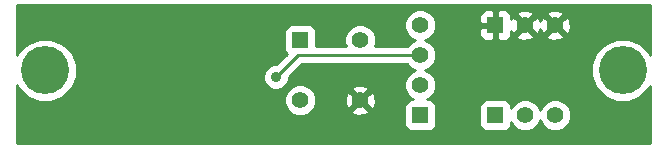
<source format=gbl>
G04 (created by PCBNEW-RS274X (2011-05-25)-stable) date Sun 01 Apr 2012 11:55:30 AM PDT*
G01*
G70*
G90*
%MOIN*%
G04 Gerber Fmt 3.4, Leading zero omitted, Abs format*
%FSLAX34Y34*%
G04 APERTURE LIST*
%ADD10C,0.006000*%
%ADD11C,0.160000*%
%ADD12R,0.055000X0.055000*%
%ADD13C,0.055000*%
%ADD14C,0.035000*%
%ADD15C,0.010000*%
G04 APERTURE END LIST*
G54D10*
G54D11*
X08000Y-13500D03*
X27250Y-13500D03*
G54D12*
X16500Y-12500D03*
G54D13*
X18500Y-14500D03*
X18500Y-12500D03*
X16500Y-14500D03*
G54D12*
X20500Y-15000D03*
G54D13*
X20500Y-14000D03*
X20500Y-13000D03*
X20500Y-12000D03*
G54D12*
X23000Y-12000D03*
G54D13*
X24000Y-12000D03*
X25000Y-12000D03*
G54D12*
X23000Y-15000D03*
G54D13*
X24000Y-15000D03*
X25000Y-15000D03*
G54D14*
X15691Y-13734D03*
X14175Y-13449D03*
G54D15*
X16425Y-13000D02*
X15691Y-13734D01*
X20500Y-13000D02*
X16425Y-13000D01*
G54D10*
G36*
X28175Y-15925D02*
X25525Y-15925D01*
X25525Y-15105D01*
X25525Y-14896D01*
X25519Y-14881D01*
X25519Y-12074D01*
X25508Y-11870D01*
X25452Y-11733D01*
X25361Y-11710D01*
X25290Y-11781D01*
X25290Y-11639D01*
X25267Y-11548D01*
X25074Y-11481D01*
X24870Y-11492D01*
X24733Y-11548D01*
X24710Y-11639D01*
X25000Y-11929D01*
X25290Y-11639D01*
X25290Y-11781D01*
X25071Y-12000D01*
X25361Y-12290D01*
X25452Y-12267D01*
X25519Y-12074D01*
X25519Y-14881D01*
X25445Y-14703D01*
X25298Y-14555D01*
X25290Y-14551D01*
X25290Y-12361D01*
X25000Y-12071D01*
X24929Y-12142D01*
X24929Y-12000D01*
X24639Y-11710D01*
X24548Y-11733D01*
X24503Y-11859D01*
X24452Y-11733D01*
X24361Y-11710D01*
X24290Y-11781D01*
X24290Y-11639D01*
X24267Y-11548D01*
X24074Y-11481D01*
X23870Y-11492D01*
X23733Y-11548D01*
X23710Y-11639D01*
X24000Y-11929D01*
X24290Y-11639D01*
X24290Y-11781D01*
X24071Y-12000D01*
X24361Y-12290D01*
X24452Y-12267D01*
X24496Y-12140D01*
X24548Y-12267D01*
X24639Y-12290D01*
X24929Y-12000D01*
X24929Y-12142D01*
X24710Y-12361D01*
X24733Y-12452D01*
X24926Y-12519D01*
X25130Y-12508D01*
X25267Y-12452D01*
X25290Y-12361D01*
X25290Y-14551D01*
X25105Y-14475D01*
X24896Y-14475D01*
X24703Y-14555D01*
X24555Y-14702D01*
X24499Y-14835D01*
X24445Y-14703D01*
X24298Y-14555D01*
X24290Y-14551D01*
X24290Y-12361D01*
X24000Y-12071D01*
X23929Y-12142D01*
X23929Y-12000D01*
X23639Y-11710D01*
X23548Y-11733D01*
X23524Y-11801D01*
X23524Y-11774D01*
X23524Y-11675D01*
X23486Y-11584D01*
X23416Y-11514D01*
X23324Y-11476D01*
X23112Y-11475D01*
X23050Y-11537D01*
X23050Y-11900D01*
X23050Y-11950D01*
X23050Y-12050D01*
X23050Y-12100D01*
X23050Y-12463D01*
X23112Y-12525D01*
X23324Y-12524D01*
X23416Y-12486D01*
X23486Y-12416D01*
X23524Y-12325D01*
X23524Y-12226D01*
X23524Y-12208D01*
X23548Y-12267D01*
X23639Y-12290D01*
X23929Y-12000D01*
X23929Y-12142D01*
X23710Y-12361D01*
X23733Y-12452D01*
X23926Y-12519D01*
X24130Y-12508D01*
X24267Y-12452D01*
X24290Y-12361D01*
X24290Y-14551D01*
X24105Y-14475D01*
X23896Y-14475D01*
X23703Y-14555D01*
X23555Y-14702D01*
X23524Y-14776D01*
X23524Y-14676D01*
X23486Y-14584D01*
X23416Y-14514D01*
X23325Y-14476D01*
X23226Y-14476D01*
X22950Y-14476D01*
X22950Y-12463D01*
X22950Y-12050D01*
X22950Y-11950D01*
X22950Y-11537D01*
X22888Y-11475D01*
X22676Y-11476D01*
X22584Y-11514D01*
X22514Y-11584D01*
X22476Y-11675D01*
X22476Y-11774D01*
X22475Y-11888D01*
X22537Y-11950D01*
X22950Y-11950D01*
X22950Y-12050D01*
X22537Y-12050D01*
X22475Y-12112D01*
X22476Y-12226D01*
X22476Y-12325D01*
X22514Y-12416D01*
X22584Y-12486D01*
X22676Y-12524D01*
X22888Y-12525D01*
X22950Y-12463D01*
X22950Y-14476D01*
X22676Y-14476D01*
X22584Y-14514D01*
X22514Y-14584D01*
X22476Y-14675D01*
X22476Y-14774D01*
X22476Y-15324D01*
X22514Y-15416D01*
X22584Y-15486D01*
X22675Y-15524D01*
X22774Y-15524D01*
X23324Y-15524D01*
X23416Y-15486D01*
X23486Y-15416D01*
X23524Y-15325D01*
X23524Y-15226D01*
X23524Y-15222D01*
X23555Y-15297D01*
X23702Y-15445D01*
X23895Y-15525D01*
X24104Y-15525D01*
X24297Y-15445D01*
X24445Y-15298D01*
X24500Y-15164D01*
X24555Y-15297D01*
X24702Y-15445D01*
X24895Y-15525D01*
X25104Y-15525D01*
X25297Y-15445D01*
X25445Y-15298D01*
X25525Y-15105D01*
X25525Y-15925D01*
X21025Y-15925D01*
X21025Y-14105D01*
X21025Y-13896D01*
X20945Y-13703D01*
X20798Y-13555D01*
X20664Y-13499D01*
X20797Y-13445D01*
X20945Y-13298D01*
X21025Y-13105D01*
X21025Y-12896D01*
X20945Y-12703D01*
X20798Y-12555D01*
X20664Y-12499D01*
X20797Y-12445D01*
X20945Y-12298D01*
X21025Y-12105D01*
X21025Y-11896D01*
X20945Y-11703D01*
X20798Y-11555D01*
X20605Y-11475D01*
X20396Y-11475D01*
X20203Y-11555D01*
X20055Y-11702D01*
X19975Y-11895D01*
X19975Y-12104D01*
X20055Y-12297D01*
X20202Y-12445D01*
X20335Y-12500D01*
X20203Y-12555D01*
X20057Y-12700D01*
X18985Y-12700D01*
X19025Y-12605D01*
X19025Y-12396D01*
X18945Y-12203D01*
X18798Y-12055D01*
X18605Y-11975D01*
X18396Y-11975D01*
X18203Y-12055D01*
X18055Y-12202D01*
X17975Y-12395D01*
X17975Y-12604D01*
X18014Y-12700D01*
X17024Y-12700D01*
X17024Y-12176D01*
X16986Y-12084D01*
X16916Y-12014D01*
X16825Y-11976D01*
X16726Y-11976D01*
X16176Y-11976D01*
X16084Y-12014D01*
X16014Y-12084D01*
X15976Y-12175D01*
X15976Y-12274D01*
X15976Y-12824D01*
X16014Y-12916D01*
X16049Y-12951D01*
X15692Y-13309D01*
X15607Y-13309D01*
X15451Y-13373D01*
X15331Y-13493D01*
X15266Y-13649D01*
X15266Y-13818D01*
X15330Y-13974D01*
X15450Y-14094D01*
X15606Y-14159D01*
X15775Y-14159D01*
X15931Y-14095D01*
X16051Y-13975D01*
X16116Y-13819D01*
X16116Y-13733D01*
X16549Y-13300D01*
X20057Y-13300D01*
X20202Y-13445D01*
X20335Y-13500D01*
X20203Y-13555D01*
X20055Y-13702D01*
X19975Y-13895D01*
X19975Y-14104D01*
X20055Y-14297D01*
X20202Y-14445D01*
X20276Y-14476D01*
X20176Y-14476D01*
X20084Y-14514D01*
X20014Y-14584D01*
X19976Y-14675D01*
X19976Y-14774D01*
X19976Y-15324D01*
X20014Y-15416D01*
X20084Y-15486D01*
X20175Y-15524D01*
X20274Y-15524D01*
X20824Y-15524D01*
X20916Y-15486D01*
X20986Y-15416D01*
X21024Y-15325D01*
X21024Y-15226D01*
X21024Y-14676D01*
X20986Y-14584D01*
X20916Y-14514D01*
X20825Y-14476D01*
X20726Y-14476D01*
X20722Y-14476D01*
X20797Y-14445D01*
X20945Y-14298D01*
X21025Y-14105D01*
X21025Y-15925D01*
X19019Y-15925D01*
X19019Y-14574D01*
X19008Y-14370D01*
X18952Y-14233D01*
X18861Y-14210D01*
X18790Y-14281D01*
X18790Y-14139D01*
X18767Y-14048D01*
X18574Y-13981D01*
X18370Y-13992D01*
X18233Y-14048D01*
X18210Y-14139D01*
X18500Y-14429D01*
X18790Y-14139D01*
X18790Y-14281D01*
X18571Y-14500D01*
X18861Y-14790D01*
X18952Y-14767D01*
X19019Y-14574D01*
X19019Y-15925D01*
X18790Y-15925D01*
X18790Y-14861D01*
X18500Y-14571D01*
X18429Y-14642D01*
X18429Y-14500D01*
X18139Y-14210D01*
X18048Y-14233D01*
X17981Y-14426D01*
X17992Y-14630D01*
X18048Y-14767D01*
X18139Y-14790D01*
X18429Y-14500D01*
X18429Y-14642D01*
X18210Y-14861D01*
X18233Y-14952D01*
X18426Y-15019D01*
X18630Y-15008D01*
X18767Y-14952D01*
X18790Y-14861D01*
X18790Y-15925D01*
X17025Y-15925D01*
X17025Y-14605D01*
X17025Y-14396D01*
X16945Y-14203D01*
X16798Y-14055D01*
X16605Y-13975D01*
X16396Y-13975D01*
X16203Y-14055D01*
X16055Y-14202D01*
X15975Y-14395D01*
X15975Y-14604D01*
X16055Y-14797D01*
X16202Y-14945D01*
X16395Y-15025D01*
X16604Y-15025D01*
X16797Y-14945D01*
X16945Y-14798D01*
X17025Y-14605D01*
X17025Y-15925D01*
X07075Y-15925D01*
X07075Y-14009D01*
X07110Y-14094D01*
X07405Y-14390D01*
X07790Y-14550D01*
X08208Y-14550D01*
X08594Y-14390D01*
X08890Y-14095D01*
X09050Y-13710D01*
X09050Y-13292D01*
X08890Y-12906D01*
X08595Y-12610D01*
X08210Y-12450D01*
X07792Y-12450D01*
X07406Y-12610D01*
X07110Y-12905D01*
X07075Y-12989D01*
X07075Y-11325D01*
X28175Y-11325D01*
X28175Y-12990D01*
X28140Y-12906D01*
X27845Y-12610D01*
X27460Y-12450D01*
X27042Y-12450D01*
X26656Y-12610D01*
X26360Y-12905D01*
X26200Y-13290D01*
X26200Y-13708D01*
X26360Y-14094D01*
X26655Y-14390D01*
X27040Y-14550D01*
X27458Y-14550D01*
X27844Y-14390D01*
X28140Y-14095D01*
X28175Y-14010D01*
X28175Y-15925D01*
X28175Y-15925D01*
G37*
G54D15*
X28175Y-15925D02*
X25525Y-15925D01*
X25525Y-15105D01*
X25525Y-14896D01*
X25519Y-14881D01*
X25519Y-12074D01*
X25508Y-11870D01*
X25452Y-11733D01*
X25361Y-11710D01*
X25290Y-11781D01*
X25290Y-11639D01*
X25267Y-11548D01*
X25074Y-11481D01*
X24870Y-11492D01*
X24733Y-11548D01*
X24710Y-11639D01*
X25000Y-11929D01*
X25290Y-11639D01*
X25290Y-11781D01*
X25071Y-12000D01*
X25361Y-12290D01*
X25452Y-12267D01*
X25519Y-12074D01*
X25519Y-14881D01*
X25445Y-14703D01*
X25298Y-14555D01*
X25290Y-14551D01*
X25290Y-12361D01*
X25000Y-12071D01*
X24929Y-12142D01*
X24929Y-12000D01*
X24639Y-11710D01*
X24548Y-11733D01*
X24503Y-11859D01*
X24452Y-11733D01*
X24361Y-11710D01*
X24290Y-11781D01*
X24290Y-11639D01*
X24267Y-11548D01*
X24074Y-11481D01*
X23870Y-11492D01*
X23733Y-11548D01*
X23710Y-11639D01*
X24000Y-11929D01*
X24290Y-11639D01*
X24290Y-11781D01*
X24071Y-12000D01*
X24361Y-12290D01*
X24452Y-12267D01*
X24496Y-12140D01*
X24548Y-12267D01*
X24639Y-12290D01*
X24929Y-12000D01*
X24929Y-12142D01*
X24710Y-12361D01*
X24733Y-12452D01*
X24926Y-12519D01*
X25130Y-12508D01*
X25267Y-12452D01*
X25290Y-12361D01*
X25290Y-14551D01*
X25105Y-14475D01*
X24896Y-14475D01*
X24703Y-14555D01*
X24555Y-14702D01*
X24499Y-14835D01*
X24445Y-14703D01*
X24298Y-14555D01*
X24290Y-14551D01*
X24290Y-12361D01*
X24000Y-12071D01*
X23929Y-12142D01*
X23929Y-12000D01*
X23639Y-11710D01*
X23548Y-11733D01*
X23524Y-11801D01*
X23524Y-11774D01*
X23524Y-11675D01*
X23486Y-11584D01*
X23416Y-11514D01*
X23324Y-11476D01*
X23112Y-11475D01*
X23050Y-11537D01*
X23050Y-11900D01*
X23050Y-11950D01*
X23050Y-12050D01*
X23050Y-12100D01*
X23050Y-12463D01*
X23112Y-12525D01*
X23324Y-12524D01*
X23416Y-12486D01*
X23486Y-12416D01*
X23524Y-12325D01*
X23524Y-12226D01*
X23524Y-12208D01*
X23548Y-12267D01*
X23639Y-12290D01*
X23929Y-12000D01*
X23929Y-12142D01*
X23710Y-12361D01*
X23733Y-12452D01*
X23926Y-12519D01*
X24130Y-12508D01*
X24267Y-12452D01*
X24290Y-12361D01*
X24290Y-14551D01*
X24105Y-14475D01*
X23896Y-14475D01*
X23703Y-14555D01*
X23555Y-14702D01*
X23524Y-14776D01*
X23524Y-14676D01*
X23486Y-14584D01*
X23416Y-14514D01*
X23325Y-14476D01*
X23226Y-14476D01*
X22950Y-14476D01*
X22950Y-12463D01*
X22950Y-12050D01*
X22950Y-11950D01*
X22950Y-11537D01*
X22888Y-11475D01*
X22676Y-11476D01*
X22584Y-11514D01*
X22514Y-11584D01*
X22476Y-11675D01*
X22476Y-11774D01*
X22475Y-11888D01*
X22537Y-11950D01*
X22950Y-11950D01*
X22950Y-12050D01*
X22537Y-12050D01*
X22475Y-12112D01*
X22476Y-12226D01*
X22476Y-12325D01*
X22514Y-12416D01*
X22584Y-12486D01*
X22676Y-12524D01*
X22888Y-12525D01*
X22950Y-12463D01*
X22950Y-14476D01*
X22676Y-14476D01*
X22584Y-14514D01*
X22514Y-14584D01*
X22476Y-14675D01*
X22476Y-14774D01*
X22476Y-15324D01*
X22514Y-15416D01*
X22584Y-15486D01*
X22675Y-15524D01*
X22774Y-15524D01*
X23324Y-15524D01*
X23416Y-15486D01*
X23486Y-15416D01*
X23524Y-15325D01*
X23524Y-15226D01*
X23524Y-15222D01*
X23555Y-15297D01*
X23702Y-15445D01*
X23895Y-15525D01*
X24104Y-15525D01*
X24297Y-15445D01*
X24445Y-15298D01*
X24500Y-15164D01*
X24555Y-15297D01*
X24702Y-15445D01*
X24895Y-15525D01*
X25104Y-15525D01*
X25297Y-15445D01*
X25445Y-15298D01*
X25525Y-15105D01*
X25525Y-15925D01*
X21025Y-15925D01*
X21025Y-14105D01*
X21025Y-13896D01*
X20945Y-13703D01*
X20798Y-13555D01*
X20664Y-13499D01*
X20797Y-13445D01*
X20945Y-13298D01*
X21025Y-13105D01*
X21025Y-12896D01*
X20945Y-12703D01*
X20798Y-12555D01*
X20664Y-12499D01*
X20797Y-12445D01*
X20945Y-12298D01*
X21025Y-12105D01*
X21025Y-11896D01*
X20945Y-11703D01*
X20798Y-11555D01*
X20605Y-11475D01*
X20396Y-11475D01*
X20203Y-11555D01*
X20055Y-11702D01*
X19975Y-11895D01*
X19975Y-12104D01*
X20055Y-12297D01*
X20202Y-12445D01*
X20335Y-12500D01*
X20203Y-12555D01*
X20057Y-12700D01*
X18985Y-12700D01*
X19025Y-12605D01*
X19025Y-12396D01*
X18945Y-12203D01*
X18798Y-12055D01*
X18605Y-11975D01*
X18396Y-11975D01*
X18203Y-12055D01*
X18055Y-12202D01*
X17975Y-12395D01*
X17975Y-12604D01*
X18014Y-12700D01*
X17024Y-12700D01*
X17024Y-12176D01*
X16986Y-12084D01*
X16916Y-12014D01*
X16825Y-11976D01*
X16726Y-11976D01*
X16176Y-11976D01*
X16084Y-12014D01*
X16014Y-12084D01*
X15976Y-12175D01*
X15976Y-12274D01*
X15976Y-12824D01*
X16014Y-12916D01*
X16049Y-12951D01*
X15692Y-13309D01*
X15607Y-13309D01*
X15451Y-13373D01*
X15331Y-13493D01*
X15266Y-13649D01*
X15266Y-13818D01*
X15330Y-13974D01*
X15450Y-14094D01*
X15606Y-14159D01*
X15775Y-14159D01*
X15931Y-14095D01*
X16051Y-13975D01*
X16116Y-13819D01*
X16116Y-13733D01*
X16549Y-13300D01*
X20057Y-13300D01*
X20202Y-13445D01*
X20335Y-13500D01*
X20203Y-13555D01*
X20055Y-13702D01*
X19975Y-13895D01*
X19975Y-14104D01*
X20055Y-14297D01*
X20202Y-14445D01*
X20276Y-14476D01*
X20176Y-14476D01*
X20084Y-14514D01*
X20014Y-14584D01*
X19976Y-14675D01*
X19976Y-14774D01*
X19976Y-15324D01*
X20014Y-15416D01*
X20084Y-15486D01*
X20175Y-15524D01*
X20274Y-15524D01*
X20824Y-15524D01*
X20916Y-15486D01*
X20986Y-15416D01*
X21024Y-15325D01*
X21024Y-15226D01*
X21024Y-14676D01*
X20986Y-14584D01*
X20916Y-14514D01*
X20825Y-14476D01*
X20726Y-14476D01*
X20722Y-14476D01*
X20797Y-14445D01*
X20945Y-14298D01*
X21025Y-14105D01*
X21025Y-15925D01*
X19019Y-15925D01*
X19019Y-14574D01*
X19008Y-14370D01*
X18952Y-14233D01*
X18861Y-14210D01*
X18790Y-14281D01*
X18790Y-14139D01*
X18767Y-14048D01*
X18574Y-13981D01*
X18370Y-13992D01*
X18233Y-14048D01*
X18210Y-14139D01*
X18500Y-14429D01*
X18790Y-14139D01*
X18790Y-14281D01*
X18571Y-14500D01*
X18861Y-14790D01*
X18952Y-14767D01*
X19019Y-14574D01*
X19019Y-15925D01*
X18790Y-15925D01*
X18790Y-14861D01*
X18500Y-14571D01*
X18429Y-14642D01*
X18429Y-14500D01*
X18139Y-14210D01*
X18048Y-14233D01*
X17981Y-14426D01*
X17992Y-14630D01*
X18048Y-14767D01*
X18139Y-14790D01*
X18429Y-14500D01*
X18429Y-14642D01*
X18210Y-14861D01*
X18233Y-14952D01*
X18426Y-15019D01*
X18630Y-15008D01*
X18767Y-14952D01*
X18790Y-14861D01*
X18790Y-15925D01*
X17025Y-15925D01*
X17025Y-14605D01*
X17025Y-14396D01*
X16945Y-14203D01*
X16798Y-14055D01*
X16605Y-13975D01*
X16396Y-13975D01*
X16203Y-14055D01*
X16055Y-14202D01*
X15975Y-14395D01*
X15975Y-14604D01*
X16055Y-14797D01*
X16202Y-14945D01*
X16395Y-15025D01*
X16604Y-15025D01*
X16797Y-14945D01*
X16945Y-14798D01*
X17025Y-14605D01*
X17025Y-15925D01*
X07075Y-15925D01*
X07075Y-14009D01*
X07110Y-14094D01*
X07405Y-14390D01*
X07790Y-14550D01*
X08208Y-14550D01*
X08594Y-14390D01*
X08890Y-14095D01*
X09050Y-13710D01*
X09050Y-13292D01*
X08890Y-12906D01*
X08595Y-12610D01*
X08210Y-12450D01*
X07792Y-12450D01*
X07406Y-12610D01*
X07110Y-12905D01*
X07075Y-12989D01*
X07075Y-11325D01*
X28175Y-11325D01*
X28175Y-12990D01*
X28140Y-12906D01*
X27845Y-12610D01*
X27460Y-12450D01*
X27042Y-12450D01*
X26656Y-12610D01*
X26360Y-12905D01*
X26200Y-13290D01*
X26200Y-13708D01*
X26360Y-14094D01*
X26655Y-14390D01*
X27040Y-14550D01*
X27458Y-14550D01*
X27844Y-14390D01*
X28140Y-14095D01*
X28175Y-14010D01*
X28175Y-15925D01*
M02*

</source>
